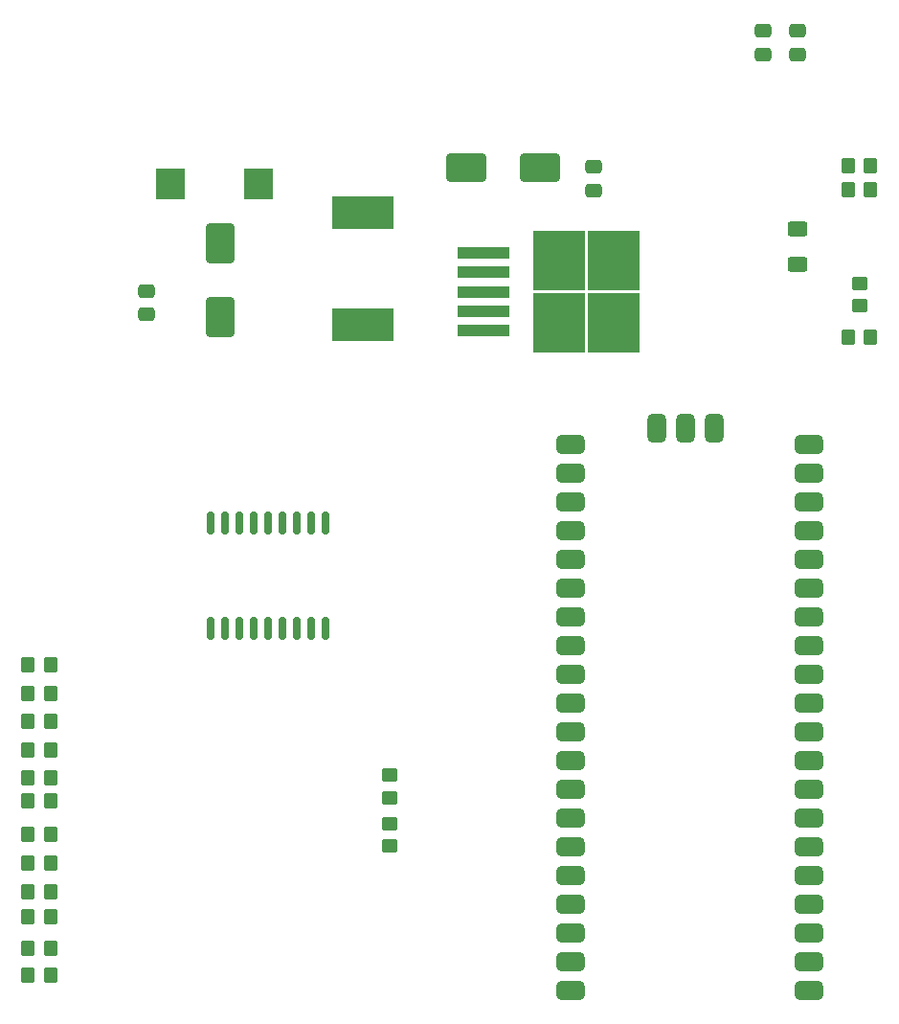
<source format=gbr>
%TF.GenerationSoftware,KiCad,Pcbnew,6.0.10*%
%TF.CreationDate,2023-01-17T11:13:45-03:00*%
%TF.ProjectId,trekking,7472656b-6b69-46e6-972e-6b696361645f,rev?*%
%TF.SameCoordinates,Original*%
%TF.FileFunction,Paste,Top*%
%TF.FilePolarity,Positive*%
%FSLAX46Y46*%
G04 Gerber Fmt 4.6, Leading zero omitted, Abs format (unit mm)*
G04 Created by KiCad (PCBNEW 6.0.10) date 2023-01-17 11:13:45*
%MOMM*%
%LPD*%
G01*
G04 APERTURE LIST*
G04 Aperture macros list*
%AMRoundRect*
0 Rectangle with rounded corners*
0 $1 Rounding radius*
0 $2 $3 $4 $5 $6 $7 $8 $9 X,Y pos of 4 corners*
0 Add a 4 corners polygon primitive as box body*
4,1,4,$2,$3,$4,$5,$6,$7,$8,$9,$2,$3,0*
0 Add four circle primitives for the rounded corners*
1,1,$1+$1,$2,$3*
1,1,$1+$1,$4,$5*
1,1,$1+$1,$6,$7*
1,1,$1+$1,$8,$9*
0 Add four rect primitives between the rounded corners*
20,1,$1+$1,$2,$3,$4,$5,0*
20,1,$1+$1,$4,$5,$6,$7,0*
20,1,$1+$1,$6,$7,$8,$9,0*
20,1,$1+$1,$8,$9,$2,$3,0*%
G04 Aperture macros list end*
%ADD10RoundRect,0.250000X0.350000X0.450000X-0.350000X0.450000X-0.350000X-0.450000X0.350000X-0.450000X0*%
%ADD11RoundRect,0.250000X0.450000X-0.350000X0.450000X0.350000X-0.450000X0.350000X-0.450000X-0.350000X0*%
%ADD12RoundRect,0.250000X-0.475000X0.337500X-0.475000X-0.337500X0.475000X-0.337500X0.475000X0.337500X0*%
%ADD13RoundRect,0.412500X0.837500X0.412500X-0.837500X0.412500X-0.837500X-0.412500X0.837500X-0.412500X0*%
%ADD14RoundRect,0.412500X-0.412500X0.837500X-0.412500X-0.837500X0.412500X-0.837500X0.412500X0.837500X0*%
%ADD15RoundRect,0.250000X-0.350000X-0.450000X0.350000X-0.450000X0.350000X0.450000X-0.350000X0.450000X0*%
%ADD16RoundRect,0.250000X0.475000X-0.337500X0.475000X0.337500X-0.475000X0.337500X-0.475000X-0.337500X0*%
%ADD17RoundRect,0.250000X-0.450000X0.350000X-0.450000X-0.350000X0.450000X-0.350000X0.450000X0.350000X0*%
%ADD18RoundRect,0.250000X0.625000X-0.400000X0.625000X0.400000X-0.625000X0.400000X-0.625000X-0.400000X0*%
%ADD19RoundRect,0.250000X1.000000X-1.500000X1.000000X1.500000X-1.000000X1.500000X-1.000000X-1.500000X0*%
%ADD20R,2.500000X2.700000*%
%ADD21R,4.550000X5.250000*%
%ADD22R,4.600000X1.100000*%
%ADD23RoundRect,0.250000X1.500000X1.000000X-1.500000X1.000000X-1.500000X-1.000000X1.500000X-1.000000X0*%
%ADD24R,5.400000X2.900000*%
%ADD25RoundRect,0.150000X0.150000X-0.875000X0.150000X0.875000X-0.150000X0.875000X-0.150000X-0.875000X0*%
G04 APERTURE END LIST*
D10*
%TO.C,R16*%
X52000000Y-143400000D03*
X50000000Y-143400000D03*
%TD*%
D11*
%TO.C,R6*%
X82000000Y-132000000D03*
X82000000Y-130000000D03*
%TD*%
D12*
%TO.C,C1*%
X100000000Y-71962500D03*
X100000000Y-74037500D03*
%TD*%
D13*
%TO.C,U1*%
X119041000Y-144743500D03*
X119041000Y-142203500D03*
X119041000Y-139663500D03*
X119041000Y-137123500D03*
X119041000Y-134583500D03*
X119041000Y-132043500D03*
X119041000Y-129503500D03*
X119041000Y-126963500D03*
X119041000Y-124423500D03*
X119041000Y-121883500D03*
X119041000Y-119343500D03*
X119041000Y-116803500D03*
X119041000Y-114263500D03*
X119041000Y-111723500D03*
X119041000Y-109183500D03*
X119041000Y-106643500D03*
X119041000Y-104103500D03*
X119041000Y-101563500D03*
X119041000Y-99023500D03*
X119041000Y-96483500D03*
X97959000Y-96483500D03*
X97959000Y-99023500D03*
X97959000Y-101563500D03*
X97959000Y-104103500D03*
X97959000Y-106643500D03*
X97959000Y-109183500D03*
X97959000Y-111723500D03*
X97959000Y-114263500D03*
X97959000Y-116803500D03*
X97959000Y-119343500D03*
X97959000Y-121883500D03*
X97959000Y-124423500D03*
X97959000Y-126963500D03*
X97959000Y-129503500D03*
X97959000Y-132043500D03*
X97959000Y-134583500D03*
X97959000Y-137123500D03*
X97959000Y-139663500D03*
X97959000Y-142203500D03*
X97959000Y-144743500D03*
D14*
X110659000Y-95086500D03*
X108119000Y-95086500D03*
X105579000Y-95086500D03*
%TD*%
D15*
%TO.C,R5*%
X122500000Y-71900000D03*
X124500000Y-71900000D03*
%TD*%
D10*
%TO.C,R15*%
X52000000Y-138200000D03*
X50000000Y-138200000D03*
%TD*%
D16*
%TO.C,C3*%
X115000000Y-62037500D03*
X115000000Y-59962500D03*
%TD*%
D17*
%TO.C,R1*%
X123500000Y-82250000D03*
X123500000Y-84250000D03*
%TD*%
D18*
%TO.C,R3*%
X118000000Y-80550000D03*
X118000000Y-77450000D03*
%TD*%
D15*
%TO.C,R13*%
X50000000Y-126000000D03*
X52000000Y-126000000D03*
%TD*%
%TO.C,R10*%
X50000000Y-141000000D03*
X52000000Y-141000000D03*
%TD*%
D19*
%TO.C,C5*%
X67000000Y-85250000D03*
X67000000Y-78750000D03*
%TD*%
D10*
%TO.C,R17*%
X52000000Y-118500000D03*
X50000000Y-118500000D03*
%TD*%
D20*
%TO.C,D1*%
X70400000Y-73500000D03*
X62600000Y-73500000D03*
%TD*%
D21*
%TO.C,U2*%
X96950000Y-80225000D03*
X96950000Y-85775000D03*
X101800000Y-85775000D03*
X101800000Y-80225000D03*
D22*
X90225000Y-79600000D03*
X90225000Y-81300000D03*
X90225000Y-83000000D03*
X90225000Y-84700000D03*
X90225000Y-86400000D03*
%TD*%
D15*
%TO.C,R12*%
X50000000Y-121000000D03*
X52000000Y-121000000D03*
%TD*%
%TO.C,R2*%
X122500000Y-87000000D03*
X124500000Y-87000000D03*
%TD*%
D23*
%TO.C,C4*%
X95250000Y-72000000D03*
X88750000Y-72000000D03*
%TD*%
D16*
%TO.C,C2*%
X118000000Y-62037500D03*
X118000000Y-59962500D03*
%TD*%
D24*
%TO.C,L1*%
X79600000Y-76050000D03*
X79600000Y-85950000D03*
%TD*%
D16*
%TO.C,C6*%
X60500000Y-85000000D03*
X60500000Y-82925000D03*
%TD*%
D10*
%TO.C,R14*%
X52000000Y-133500000D03*
X50000000Y-133500000D03*
%TD*%
D15*
%TO.C,R11*%
X50000000Y-116000000D03*
X52000000Y-116000000D03*
%TD*%
%TO.C,R9*%
X50000000Y-136000000D03*
X52000000Y-136000000D03*
%TD*%
D10*
%TO.C,R19*%
X52000000Y-128000000D03*
X50000000Y-128000000D03*
%TD*%
%TO.C,R4*%
X124500000Y-74000000D03*
X122500000Y-74000000D03*
%TD*%
D25*
%TO.C,U3*%
X66110000Y-112760000D03*
X67380000Y-112760000D03*
X68650000Y-112760000D03*
X69920000Y-112760000D03*
X71190000Y-112760000D03*
X72460000Y-112760000D03*
X73730000Y-112760000D03*
X75000000Y-112760000D03*
X76270000Y-112760000D03*
X76270000Y-103460000D03*
X75000000Y-103460000D03*
X73730000Y-103460000D03*
X72460000Y-103460000D03*
X71190000Y-103460000D03*
X69920000Y-103460000D03*
X68650000Y-103460000D03*
X67380000Y-103460000D03*
X66110000Y-103460000D03*
%TD*%
D15*
%TO.C,R8*%
X50000000Y-131000000D03*
X52000000Y-131000000D03*
%TD*%
D10*
%TO.C,R18*%
X52000000Y-123500000D03*
X50000000Y-123500000D03*
%TD*%
D11*
%TO.C,R7*%
X82000000Y-127750000D03*
X82000000Y-125750000D03*
%TD*%
M02*

</source>
